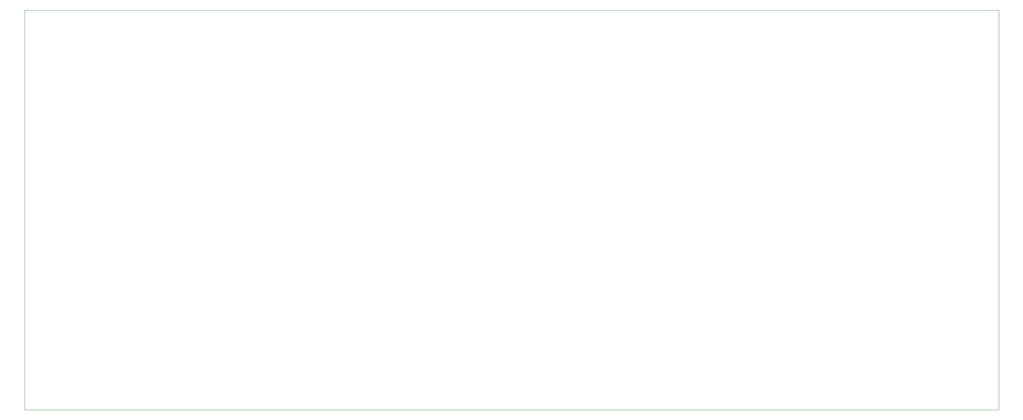
<source format=gbr>
%TF.GenerationSoftware,KiCad,Pcbnew,(6.0.10)*%
%TF.CreationDate,2022-12-27T19:09:38+01:00*%
%TF.ProjectId,BigFoot,42696746-6f6f-4742-9e6b-696361645f70,rev?*%
%TF.SameCoordinates,PX19dd180PY7e44380*%
%TF.FileFunction,Profile,NP*%
%FSLAX46Y46*%
G04 Gerber Fmt 4.6, Leading zero omitted, Abs format (unit mm)*
G04 Created by KiCad (PCBNEW (6.0.10)) date 2022-12-27 19:09:38*
%MOMM*%
%LPD*%
G01*
G04 APERTURE LIST*
%TA.AperFunction,Profile*%
%ADD10C,0.100000*%
%TD*%
G04 APERTURE END LIST*
D10*
X0Y96520000D02*
X235000000Y96520000D01*
X235000000Y96520000D02*
X235000000Y0D01*
X235000000Y0D02*
X0Y0D01*
X0Y0D02*
X0Y96520000D01*
M02*

</source>
